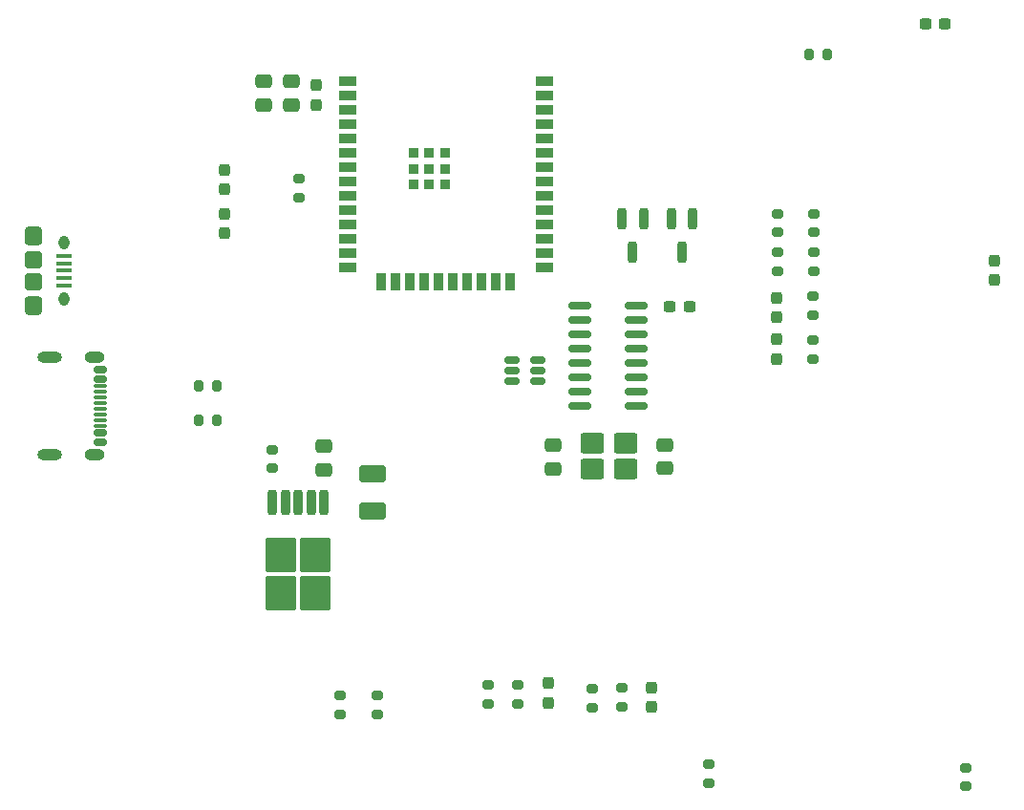
<source format=gtp>
%TF.GenerationSoftware,KiCad,Pcbnew,9.0.2*%
%TF.CreationDate,2025-12-02T18:06:08+01:00*%
%TF.ProjectId,stacja_pogody_modu__wew,73746163-6a61-45f7-906f-676f64795f6d,rev?*%
%TF.SameCoordinates,Original*%
%TF.FileFunction,Paste,Top*%
%TF.FilePolarity,Positive*%
%FSLAX46Y46*%
G04 Gerber Fmt 4.6, Leading zero omitted, Abs format (unit mm)*
G04 Created by KiCad (PCBNEW 9.0.2) date 2025-12-02 18:06:08*
%MOMM*%
%LPD*%
G01*
G04 APERTURE LIST*
G04 Aperture macros list*
%AMRoundRect*
0 Rectangle with rounded corners*
0 $1 Rounding radius*
0 $2 $3 $4 $5 $6 $7 $8 $9 X,Y pos of 4 corners*
0 Add a 4 corners polygon primitive as box body*
4,1,4,$2,$3,$4,$5,$6,$7,$8,$9,$2,$3,0*
0 Add four circle primitives for the rounded corners*
1,1,$1+$1,$2,$3*
1,1,$1+$1,$4,$5*
1,1,$1+$1,$6,$7*
1,1,$1+$1,$8,$9*
0 Add four rect primitives between the rounded corners*
20,1,$1+$1,$2,$3,$4,$5,0*
20,1,$1+$1,$4,$5,$6,$7,0*
20,1,$1+$1,$6,$7,$8,$9,0*
20,1,$1+$1,$8,$9,$2,$3,0*%
G04 Aperture macros list end*
%ADD10RoundRect,0.200000X-0.200000X0.900000X-0.200000X-0.900000X0.200000X-0.900000X0.200000X0.900000X0*%
%ADD11RoundRect,0.250000X-1.125000X1.275000X-1.125000X-1.275000X1.125000X-1.275000X1.125000X1.275000X0*%
%ADD12RoundRect,0.250000X-0.525000X0.475000X-0.525000X-0.475000X0.525000X-0.475000X0.525000X0.475000X0*%
%ADD13RoundRect,0.250000X-0.525000X0.500000X-0.525000X-0.500000X0.525000X-0.500000X0.525000X0.500000X0*%
%ADD14RoundRect,0.100000X-0.575000X0.100000X-0.575000X-0.100000X0.575000X-0.100000X0.575000X0.100000X0*%
%ADD15O,1.550000X0.890000*%
%ADD16O,0.950000X1.250000*%
%ADD17RoundRect,0.200000X0.275000X-0.200000X0.275000X0.200000X-0.275000X0.200000X-0.275000X-0.200000X0*%
%ADD18RoundRect,0.237500X-0.237500X0.300000X-0.237500X-0.300000X0.237500X-0.300000X0.237500X0.300000X0*%
%ADD19RoundRect,0.237500X0.237500X-0.300000X0.237500X0.300000X-0.237500X0.300000X-0.237500X-0.300000X0*%
%ADD20RoundRect,0.200000X-0.275000X0.200000X-0.275000X-0.200000X0.275000X-0.200000X0.275000X0.200000X0*%
%ADD21RoundRect,0.200000X0.200000X0.275000X-0.200000X0.275000X-0.200000X-0.275000X0.200000X-0.275000X0*%
%ADD22RoundRect,0.250000X-0.475000X0.337500X-0.475000X-0.337500X0.475000X-0.337500X0.475000X0.337500X0*%
%ADD23RoundRect,0.237500X0.300000X0.237500X-0.300000X0.237500X-0.300000X-0.237500X0.300000X-0.237500X0*%
%ADD24RoundRect,0.150000X-0.512500X-0.150000X0.512500X-0.150000X0.512500X0.150000X-0.512500X0.150000X0*%
%ADD25RoundRect,0.200000X-0.200000X0.750000X-0.200000X-0.750000X0.200000X-0.750000X0.200000X0.750000X0*%
%ADD26RoundRect,0.250001X0.944999X-0.507499X0.944999X0.507499X-0.944999X0.507499X-0.944999X-0.507499X0*%
%ADD27R,1.500000X0.900000*%
%ADD28R,0.900000X1.500000*%
%ADD29R,0.900000X0.900000*%
%ADD30RoundRect,0.250000X0.475000X-0.337500X0.475000X0.337500X-0.475000X0.337500X-0.475000X-0.337500X0*%
%ADD31RoundRect,0.150000X-0.825000X-0.150000X0.825000X-0.150000X0.825000X0.150000X-0.825000X0.150000X0*%
%ADD32RoundRect,0.250000X0.800000X0.650000X-0.800000X0.650000X-0.800000X-0.650000X0.800000X-0.650000X0*%
%ADD33RoundRect,0.150000X-0.425000X0.150000X-0.425000X-0.150000X0.425000X-0.150000X0.425000X0.150000X0*%
%ADD34RoundRect,0.075000X-0.500000X0.075000X-0.500000X-0.075000X0.500000X-0.075000X0.500000X0.075000X0*%
%ADD35O,1.800000X1.000000*%
%ADD36O,2.200000X1.000000*%
G04 APERTURE END LIST*
D10*
%TO.C,U7*%
X117620000Y-97575000D03*
X118760000Y-97575000D03*
X119900000Y-97575000D03*
X121040000Y-97575000D03*
X122180000Y-97575000D03*
D11*
X118375000Y-105550000D03*
X121425000Y-105550000D03*
X118375000Y-102200000D03*
X121425000Y-102200000D03*
%TD*%
D12*
%TO.C,J1*%
X96400000Y-80025000D03*
D13*
X96400000Y-78000000D03*
X96400000Y-76000000D03*
D12*
X96400000Y-73975000D03*
D14*
X99100000Y-78300000D03*
X99100000Y-77650000D03*
X99100000Y-77000000D03*
X99100000Y-76350000D03*
X99100000Y-75700000D03*
D15*
X96400000Y-80500000D03*
D16*
X99100000Y-79500000D03*
X99100000Y-74500000D03*
D15*
X96400000Y-73500000D03*
%TD*%
D17*
%TO.C,R13*%
X165582200Y-77038200D03*
X165582200Y-75388200D03*
%TD*%
D18*
%TO.C,C12*%
X162255200Y-79426900D03*
X162255200Y-81151900D03*
%TD*%
%TO.C,C3*%
X142036800Y-113589900D03*
X142036800Y-115314900D03*
%TD*%
D19*
%TO.C,C16*%
X113350000Y-69775000D03*
X113350000Y-68050000D03*
%TD*%
D20*
%TO.C,R2*%
X126898400Y-114658000D03*
X126898400Y-116308000D03*
%TD*%
D17*
%TO.C,R8*%
X136753600Y-115379000D03*
X136753600Y-113729000D03*
%TD*%
D18*
%TO.C,C7*%
X121525000Y-60562500D03*
X121525000Y-62287500D03*
%TD*%
D20*
%TO.C,R16*%
X162382200Y-75388200D03*
X162382200Y-77038200D03*
%TD*%
%TO.C,R15*%
X162382200Y-71963200D03*
X162382200Y-73613200D03*
%TD*%
%TO.C,R17*%
X165506000Y-83173500D03*
X165506000Y-84823500D03*
%TD*%
D21*
%TO.C,R6*%
X112690200Y-90234400D03*
X111040200Y-90234400D03*
%TD*%
D17*
%TO.C,R10*%
X145973800Y-115709200D03*
X145973800Y-114059200D03*
%TD*%
D18*
%TO.C,C15*%
X113325000Y-71962500D03*
X113325000Y-73687500D03*
%TD*%
%TO.C,C10*%
X162255200Y-83108800D03*
X162255200Y-84833800D03*
%TD*%
D22*
%TO.C,C1*%
X122175000Y-92587500D03*
X122175000Y-94662500D03*
%TD*%
D21*
%TO.C,R12*%
X166788600Y-57810400D03*
X165138600Y-57810400D03*
%TD*%
D18*
%TO.C,C4*%
X151231600Y-113945500D03*
X151231600Y-115670500D03*
%TD*%
D23*
%TO.C,C8*%
X154558300Y-80177500D03*
X152833300Y-80177500D03*
%TD*%
D24*
%TO.C,U2*%
X138833300Y-84897500D03*
X138833300Y-85847500D03*
X138833300Y-86797500D03*
X141108300Y-86797500D03*
X141108300Y-85847500D03*
X141108300Y-84897500D03*
%TD*%
D20*
%TO.C,R4*%
X179074400Y-121048800D03*
X179074400Y-122698800D03*
%TD*%
D23*
%TO.C,C11*%
X177213600Y-55143400D03*
X175488600Y-55143400D03*
%TD*%
D20*
%TO.C,R7*%
X139319000Y-113729000D03*
X139319000Y-115379000D03*
%TD*%
D25*
%TO.C,Q3*%
X150487500Y-72375000D03*
X148587500Y-72375000D03*
X149537500Y-75375000D03*
%TD*%
%TO.C,Q2*%
X154884200Y-72390000D03*
X152984200Y-72390000D03*
X153934200Y-75390000D03*
%TD*%
D26*
%TO.C,C17*%
X126525000Y-98277500D03*
X126525000Y-95022500D03*
%TD*%
D20*
%TO.C,R18*%
X165506000Y-79291600D03*
X165506000Y-80941600D03*
%TD*%
D27*
%TO.C,U3*%
X124250000Y-60240000D03*
X124250000Y-61510000D03*
X124250000Y-62780000D03*
X124250000Y-64050000D03*
X124250000Y-65320000D03*
X124250000Y-66590000D03*
X124250000Y-67860000D03*
X124250000Y-69130000D03*
X124250000Y-70400000D03*
X124250000Y-71670000D03*
X124250000Y-72940000D03*
X124250000Y-74210000D03*
X124250000Y-75480000D03*
X124250000Y-76750000D03*
D28*
X127285000Y-78000000D03*
X128555000Y-78000000D03*
X129825000Y-78000000D03*
X131095000Y-78000000D03*
X132365000Y-78000000D03*
X133635000Y-78000000D03*
X134905000Y-78000000D03*
X136175000Y-78000000D03*
X137445000Y-78000000D03*
X138715000Y-78000000D03*
D27*
X141750000Y-76750000D03*
X141750000Y-75480000D03*
X141750000Y-74210000D03*
X141750000Y-72940000D03*
X141750000Y-71670000D03*
X141750000Y-70400000D03*
X141750000Y-69130000D03*
X141750000Y-67860000D03*
X141750000Y-66590000D03*
X141750000Y-65320000D03*
X141750000Y-64050000D03*
X141750000Y-62780000D03*
X141750000Y-61510000D03*
X141750000Y-60240000D03*
D29*
X130100000Y-66560000D03*
X130100000Y-67960000D03*
X130100000Y-69360000D03*
X131500000Y-66560000D03*
X131500000Y-67960000D03*
X131500000Y-69360000D03*
X132900000Y-66560000D03*
X132900000Y-67960000D03*
X132900000Y-69360000D03*
%TD*%
D22*
%TO.C,C13*%
X119325000Y-60212500D03*
X119325000Y-62287500D03*
%TD*%
%TO.C,C5*%
X152416400Y-92446500D03*
X152416400Y-94521500D03*
%TD*%
D17*
%TO.C,R19*%
X117625000Y-94500000D03*
X117625000Y-92850000D03*
%TD*%
D20*
%TO.C,R9*%
X148590000Y-113984200D03*
X148590000Y-115634200D03*
%TD*%
D21*
%TO.C,R5*%
X112715200Y-87234400D03*
X111065200Y-87234400D03*
%TD*%
D30*
%TO.C,C6*%
X142510400Y-94572300D03*
X142510400Y-92497300D03*
%TD*%
D20*
%TO.C,R3*%
X156274400Y-120761300D03*
X156274400Y-122411300D03*
%TD*%
D19*
%TO.C,C9*%
X181584600Y-77851000D03*
X181584600Y-76126000D03*
%TD*%
D31*
%TO.C,U5*%
X144895800Y-80097500D03*
X144895800Y-81367500D03*
X144895800Y-82637500D03*
X144895800Y-83907500D03*
X144895800Y-85177500D03*
X144895800Y-86447500D03*
X144895800Y-87717500D03*
X144895800Y-88987500D03*
X149845800Y-88987500D03*
X149845800Y-87717500D03*
X149845800Y-86447500D03*
X149845800Y-85177500D03*
X149845800Y-83907500D03*
X149845800Y-82637500D03*
X149845800Y-81367500D03*
X149845800Y-80097500D03*
%TD*%
D22*
%TO.C,C14*%
X116800000Y-60212500D03*
X116800000Y-62287500D03*
%TD*%
D20*
%TO.C,R1*%
X123604200Y-114664000D03*
X123604200Y-116314000D03*
%TD*%
D32*
%TO.C,Y1*%
X148895800Y-92262500D03*
X145995800Y-92262500D03*
X145995800Y-94562500D03*
X148895800Y-94562500D03*
%TD*%
D20*
%TO.C,R14*%
X165607200Y-71963200D03*
X165607200Y-73613200D03*
%TD*%
%TO.C,R11*%
X119950000Y-68850000D03*
X119950000Y-70500000D03*
%TD*%
D33*
%TO.C,J2*%
X102380000Y-85800000D03*
X102380000Y-86600000D03*
D34*
X102380000Y-87750000D03*
X102380000Y-88750000D03*
X102380000Y-89250000D03*
X102380000Y-90250000D03*
D33*
X102380000Y-91400000D03*
X102380000Y-92200000D03*
X102380000Y-92200000D03*
X102380000Y-91400000D03*
D34*
X102380000Y-90750000D03*
X102380000Y-89750000D03*
X102380000Y-88250000D03*
X102380000Y-87250000D03*
D33*
X102380000Y-86600000D03*
X102380000Y-85800000D03*
D35*
X101805000Y-84680000D03*
D36*
X97825000Y-84680000D03*
D35*
X101805000Y-93320000D03*
D36*
X97825000Y-93320000D03*
%TD*%
M02*

</source>
